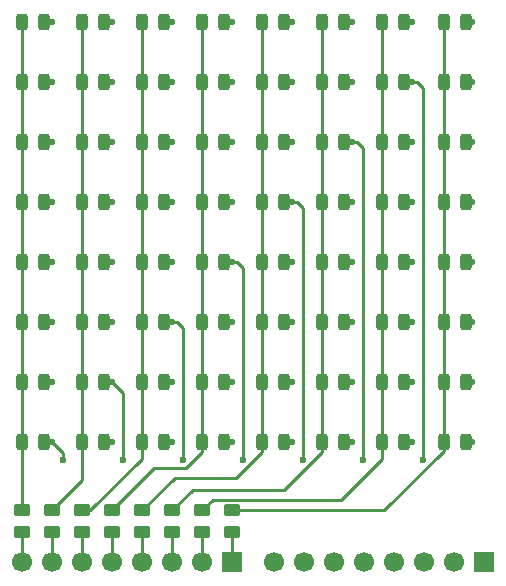
<source format=gbr>
%TF.GenerationSoftware,KiCad,Pcbnew,9.0.3*%
%TF.CreationDate,2025-08-28T20:36:14+02:00*%
%TF.ProjectId,ledki8x8,6c65646b-6938-4783-982e-6b696361645f,rev?*%
%TF.SameCoordinates,Original*%
%TF.FileFunction,Copper,L1,Top*%
%TF.FilePolarity,Positive*%
%FSLAX46Y46*%
G04 Gerber Fmt 4.6, Leading zero omitted, Abs format (unit mm)*
G04 Created by KiCad (PCBNEW 9.0.3) date 2025-08-28 20:36:14*
%MOMM*%
%LPD*%
G01*
G04 APERTURE LIST*
G04 Aperture macros list*
%AMRoundRect*
0 Rectangle with rounded corners*
0 $1 Rounding radius*
0 $2 $3 $4 $5 $6 $7 $8 $9 X,Y pos of 4 corners*
0 Add a 4 corners polygon primitive as box body*
4,1,4,$2,$3,$4,$5,$6,$7,$8,$9,$2,$3,0*
0 Add four circle primitives for the rounded corners*
1,1,$1+$1,$2,$3*
1,1,$1+$1,$4,$5*
1,1,$1+$1,$6,$7*
1,1,$1+$1,$8,$9*
0 Add four rect primitives between the rounded corners*
20,1,$1+$1,$2,$3,$4,$5,0*
20,1,$1+$1,$4,$5,$6,$7,0*
20,1,$1+$1,$6,$7,$8,$9,0*
20,1,$1+$1,$8,$9,$2,$3,0*%
G04 Aperture macros list end*
%TA.AperFunction,ComponentPad*%
%ADD10C,1.700000*%
%TD*%
%TA.AperFunction,ComponentPad*%
%ADD11R,1.700000X1.700000*%
%TD*%
%TA.AperFunction,SMDPad,CuDef*%
%ADD12RoundRect,0.250000X-0.450000X0.262500X-0.450000X-0.262500X0.450000X-0.262500X0.450000X0.262500X0*%
%TD*%
%TA.AperFunction,SMDPad,CuDef*%
%ADD13RoundRect,0.243750X0.243750X0.456250X-0.243750X0.456250X-0.243750X-0.456250X0.243750X-0.456250X0*%
%TD*%
%TA.AperFunction,ViaPad*%
%ADD14C,0.600000*%
%TD*%
%TA.AperFunction,Conductor*%
%ADD15C,0.250000*%
%TD*%
G04 APERTURE END LIST*
D10*
%TO.P,J2,8,Pin_8*%
%TO.N,Net-(D36-K)*%
X169028000Y-124760000D03*
%TO.P,J2,7,Pin_7*%
%TO.N,Net-(D35-K)*%
X171568000Y-124760000D03*
%TO.P,J2,6,Pin_6*%
%TO.N,Net-(D34-K)*%
X174108000Y-124760000D03*
%TO.P,J2,5,Pin_5*%
%TO.N,Net-(D33-K)*%
X176648000Y-124760000D03*
%TO.P,J2,4,Pin_4*%
%TO.N,Net-(D18-K)*%
X179188000Y-124760000D03*
%TO.P,J2,3,Pin_3*%
%TO.N,Net-(D17-K)*%
X181728000Y-124760000D03*
%TO.P,J2,2,Pin_2*%
%TO.N,Net-(D10-K)*%
X184268000Y-124760000D03*
D11*
%TO.P,J2,1,Pin_1*%
%TO.N,Net-(D1-K)*%
X186808000Y-124760000D03*
%TD*%
D10*
%TO.P,J1,8,Pin_8*%
%TO.N,Net-(J1-Pin_8)*%
X147692000Y-124760000D03*
%TO.P,J1,7,Pin_7*%
%TO.N,Net-(J1-Pin_7)*%
X150232000Y-124760000D03*
%TO.P,J1,6,Pin_6*%
%TO.N,Net-(J1-Pin_6)*%
X152772000Y-124760000D03*
%TO.P,J1,5,Pin_5*%
%TO.N,Net-(J1-Pin_5)*%
X155312000Y-124760000D03*
%TO.P,J1,4,Pin_4*%
%TO.N,Net-(J1-Pin_4)*%
X157852000Y-124760000D03*
%TO.P,J1,3,Pin_3*%
%TO.N,Net-(J1-Pin_3)*%
X160392000Y-124760000D03*
%TO.P,J1,2,Pin_2*%
%TO.N,Net-(J1-Pin_2)*%
X162932000Y-124760000D03*
D11*
%TO.P,J1,1,Pin_1*%
%TO.N,Net-(J1-Pin_1)*%
X165472000Y-124760000D03*
%TD*%
D12*
%TO.P,R5,1*%
%TO.N,Net-(D13-A)*%
X155312000Y-120395000D03*
%TO.P,R5,2*%
%TO.N,Net-(J1-Pin_5)*%
X155312000Y-122220000D03*
%TD*%
%TO.P,R1,2*%
%TO.N,Net-(J1-Pin_1)*%
X165472000Y-122220000D03*
%TO.P,R1,1*%
%TO.N,Net-(D1-A)*%
X165472000Y-120395000D03*
%TD*%
%TO.P,R4,2*%
%TO.N,Net-(J1-Pin_4)*%
X157852000Y-122220000D03*
%TO.P,R4,1*%
%TO.N,Net-(D12-A)*%
X157852000Y-120395000D03*
%TD*%
%TO.P,R2,2*%
%TO.N,Net-(J1-Pin_2)*%
X162932000Y-122220000D03*
%TO.P,R2,1*%
%TO.N,Net-(D10-A)*%
X162932000Y-120395000D03*
%TD*%
%TO.P,R3,2*%
%TO.N,Net-(J1-Pin_3)*%
X160392000Y-122220000D03*
%TO.P,R3,1*%
%TO.N,Net-(D11-A)*%
X160392000Y-120395000D03*
%TD*%
%TO.P,R8,2*%
%TO.N,Net-(J1-Pin_8)*%
X147692000Y-122220000D03*
%TO.P,R8,1*%
%TO.N,Net-(D16-A)*%
X147692000Y-120395000D03*
%TD*%
%TO.P,R7,2*%
%TO.N,Net-(J1-Pin_7)*%
X150232000Y-122220000D03*
%TO.P,R7,1*%
%TO.N,Net-(D15-A)*%
X150232000Y-120395000D03*
%TD*%
%TO.P,R6,2*%
%TO.N,Net-(J1-Pin_6)*%
X152772000Y-122220000D03*
%TO.P,R6,1*%
%TO.N,Net-(D14-A)*%
X152772000Y-120395000D03*
%TD*%
D13*
%TO.P,D8,2,A*%
%TO.N,Net-(D16-A)*%
X147692000Y-79040000D03*
%TO.P,D8,1,K*%
%TO.N,Net-(D1-K)*%
X149567000Y-79040000D03*
%TD*%
%TO.P,D7,2,A*%
%TO.N,Net-(D15-A)*%
X152772000Y-79040000D03*
%TO.P,D7,1,K*%
%TO.N,Net-(D1-K)*%
X154647000Y-79040000D03*
%TD*%
%TO.P,D15,2,A*%
%TO.N,Net-(D15-A)*%
X152772000Y-84120000D03*
%TO.P,D15,1,K*%
%TO.N,Net-(D10-K)*%
X154647000Y-84120000D03*
%TD*%
%TO.P,D30,2,A*%
%TO.N,Net-(D15-A)*%
X152772000Y-94280000D03*
%TO.P,D30,1,K*%
%TO.N,Net-(D18-K)*%
X154647000Y-94280000D03*
%TD*%
%TO.P,D57,2,A*%
%TO.N,Net-(D15-A)*%
X152772000Y-99360000D03*
%TO.P,D57,1,K*%
%TO.N,Net-(D33-K)*%
X154647000Y-99360000D03*
%TD*%
%TO.P,D58,2,A*%
%TO.N,Net-(D15-A)*%
X152772000Y-104440000D03*
%TO.P,D58,1,K*%
%TO.N,Net-(D34-K)*%
X154647000Y-104440000D03*
%TD*%
%TO.P,D59,2,A*%
%TO.N,Net-(D15-A)*%
X152772000Y-109520000D03*
%TO.P,D59,1,K*%
%TO.N,Net-(D35-K)*%
X154647000Y-109520000D03*
%TD*%
%TO.P,D60,2,A*%
%TO.N,Net-(D15-A)*%
X152772000Y-114600000D03*
%TO.P,D60,1,K*%
%TO.N,Net-(D36-K)*%
X154647000Y-114600000D03*
%TD*%
%TO.P,D29,2,A*%
%TO.N,Net-(D15-A)*%
X152772000Y-89200000D03*
%TO.P,D29,1,K*%
%TO.N,Net-(D17-K)*%
X154647000Y-89200000D03*
%TD*%
%TO.P,D16,2,A*%
%TO.N,Net-(D16-A)*%
X147692000Y-84120000D03*
%TO.P,D16,1,K*%
%TO.N,Net-(D10-K)*%
X149567000Y-84120000D03*
%TD*%
%TO.P,D2,1,K*%
%TO.N,Net-(D1-K)*%
X180047000Y-79040000D03*
%TO.P,D2,2,A*%
%TO.N,Net-(D10-A)*%
X178172000Y-79040000D03*
%TD*%
%TO.P,D10,1,K*%
%TO.N,Net-(D10-K)*%
X180047000Y-84120000D03*
%TO.P,D10,2,A*%
%TO.N,Net-(D10-A)*%
X178172000Y-84120000D03*
%TD*%
%TO.P,D19,1,K*%
%TO.N,Net-(D17-K)*%
X180047000Y-89200000D03*
%TO.P,D19,2,A*%
%TO.N,Net-(D10-A)*%
X178172000Y-89200000D03*
%TD*%
%TO.P,D20,1,K*%
%TO.N,Net-(D18-K)*%
X180047000Y-94280000D03*
%TO.P,D20,2,A*%
%TO.N,Net-(D10-A)*%
X178172000Y-94280000D03*
%TD*%
%TO.P,D40,1,K*%
%TO.N,Net-(D36-K)*%
X180047000Y-114600000D03*
%TO.P,D40,2,A*%
%TO.N,Net-(D10-A)*%
X178172000Y-114600000D03*
%TD*%
%TO.P,D37,1,K*%
%TO.N,Net-(D33-K)*%
X180047000Y-99360000D03*
%TO.P,D37,2,A*%
%TO.N,Net-(D10-A)*%
X178172000Y-99360000D03*
%TD*%
%TO.P,D38,1,K*%
%TO.N,Net-(D34-K)*%
X180047000Y-104440000D03*
%TO.P,D38,2,A*%
%TO.N,Net-(D10-A)*%
X178172000Y-104440000D03*
%TD*%
%TO.P,D39,1,K*%
%TO.N,Net-(D35-K)*%
X180047000Y-109520000D03*
%TO.P,D39,2,A*%
%TO.N,Net-(D10-A)*%
X178172000Y-109520000D03*
%TD*%
%TO.P,D36,1,K*%
%TO.N,Net-(D36-K)*%
X185263494Y-114607608D03*
%TO.P,D36,2,A*%
%TO.N,Net-(D1-A)*%
X183388494Y-114607608D03*
%TD*%
%TO.P,D18,1,K*%
%TO.N,Net-(D18-K)*%
X185263494Y-94287608D03*
%TO.P,D18,2,A*%
%TO.N,Net-(D1-A)*%
X183388494Y-94287608D03*
%TD*%
%TO.P,D35,1,K*%
%TO.N,Net-(D35-K)*%
X185263494Y-109527608D03*
%TO.P,D35,2,A*%
%TO.N,Net-(D1-A)*%
X183388494Y-109527608D03*
%TD*%
%TO.P,D33,2,A*%
%TO.N,Net-(D1-A)*%
X183388494Y-99367608D03*
%TO.P,D33,1,K*%
%TO.N,Net-(D33-K)*%
X185263494Y-99367608D03*
%TD*%
%TO.P,D9,1,K*%
%TO.N,Net-(D10-K)*%
X185263494Y-84127608D03*
%TO.P,D9,2,A*%
%TO.N,Net-(D1-A)*%
X183388494Y-84127608D03*
%TD*%
%TO.P,D17,1,K*%
%TO.N,Net-(D17-K)*%
X185263494Y-89207608D03*
%TO.P,D17,2,A*%
%TO.N,Net-(D1-A)*%
X183388494Y-89207608D03*
%TD*%
%TO.P,D34,1,K*%
%TO.N,Net-(D34-K)*%
X185263494Y-104447608D03*
%TO.P,D34,2,A*%
%TO.N,Net-(D1-A)*%
X183388494Y-104447608D03*
%TD*%
%TO.P,D1,1,K*%
%TO.N,Net-(D1-K)*%
X185263494Y-79047608D03*
%TO.P,D1,2,A*%
%TO.N,Net-(D1-A)*%
X183388494Y-79047608D03*
%TD*%
%TO.P,D53,2,A*%
%TO.N,Net-(D14-A)*%
X157852000Y-99360000D03*
%TO.P,D53,1,K*%
%TO.N,Net-(D33-K)*%
X159727000Y-99360000D03*
%TD*%
%TO.P,D64,1,K*%
%TO.N,Net-(D36-K)*%
X149567000Y-114600000D03*
%TO.P,D64,2,A*%
%TO.N,Net-(D16-A)*%
X147692000Y-114600000D03*
%TD*%
%TO.P,D63,1,K*%
%TO.N,Net-(D35-K)*%
X149567000Y-109520000D03*
%TO.P,D63,2,A*%
%TO.N,Net-(D16-A)*%
X147692000Y-109520000D03*
%TD*%
%TO.P,D62,1,K*%
%TO.N,Net-(D34-K)*%
X149567000Y-104440000D03*
%TO.P,D62,2,A*%
%TO.N,Net-(D16-A)*%
X147692000Y-104440000D03*
%TD*%
%TO.P,D61,1,K*%
%TO.N,Net-(D33-K)*%
X149567000Y-99360000D03*
%TO.P,D61,2,A*%
%TO.N,Net-(D16-A)*%
X147692000Y-99360000D03*
%TD*%
%TO.P,D56,1,K*%
%TO.N,Net-(D36-K)*%
X159727000Y-114600000D03*
%TO.P,D56,2,A*%
%TO.N,Net-(D14-A)*%
X157852000Y-114600000D03*
%TD*%
%TO.P,D55,1,K*%
%TO.N,Net-(D35-K)*%
X159727000Y-109520000D03*
%TO.P,D55,2,A*%
%TO.N,Net-(D14-A)*%
X157852000Y-109520000D03*
%TD*%
%TO.P,D54,1,K*%
%TO.N,Net-(D34-K)*%
X159727000Y-104440000D03*
%TO.P,D54,2,A*%
%TO.N,Net-(D14-A)*%
X157852000Y-104440000D03*
%TD*%
%TO.P,D52,1,K*%
%TO.N,Net-(D36-K)*%
X164807000Y-114600000D03*
%TO.P,D52,2,A*%
%TO.N,Net-(D13-A)*%
X162932000Y-114600000D03*
%TD*%
%TO.P,D51,1,K*%
%TO.N,Net-(D35-K)*%
X164807000Y-109520000D03*
%TO.P,D51,2,A*%
%TO.N,Net-(D13-A)*%
X162932000Y-109520000D03*
%TD*%
%TO.P,D50,1,K*%
%TO.N,Net-(D34-K)*%
X164807000Y-104440000D03*
%TO.P,D50,2,A*%
%TO.N,Net-(D13-A)*%
X162932000Y-104440000D03*
%TD*%
%TO.P,D49,1,K*%
%TO.N,Net-(D33-K)*%
X164807000Y-99360000D03*
%TO.P,D49,2,A*%
%TO.N,Net-(D13-A)*%
X162932000Y-99360000D03*
%TD*%
%TO.P,D48,1,K*%
%TO.N,Net-(D36-K)*%
X169887000Y-114600000D03*
%TO.P,D48,2,A*%
%TO.N,Net-(D12-A)*%
X168012000Y-114600000D03*
%TD*%
%TO.P,D47,1,K*%
%TO.N,Net-(D35-K)*%
X169887000Y-109520000D03*
%TO.P,D47,2,A*%
%TO.N,Net-(D12-A)*%
X168012000Y-109520000D03*
%TD*%
%TO.P,D46,1,K*%
%TO.N,Net-(D34-K)*%
X169887000Y-104440000D03*
%TO.P,D46,2,A*%
%TO.N,Net-(D12-A)*%
X168012000Y-104440000D03*
%TD*%
%TO.P,D45,1,K*%
%TO.N,Net-(D33-K)*%
X169887000Y-99360000D03*
%TO.P,D45,2,A*%
%TO.N,Net-(D12-A)*%
X168012000Y-99360000D03*
%TD*%
%TO.P,D44,1,K*%
%TO.N,Net-(D36-K)*%
X174967000Y-114600000D03*
%TO.P,D44,2,A*%
%TO.N,Net-(D11-A)*%
X173092000Y-114600000D03*
%TD*%
%TO.P,D43,1,K*%
%TO.N,Net-(D35-K)*%
X174967000Y-109520000D03*
%TO.P,D43,2,A*%
%TO.N,Net-(D11-A)*%
X173092000Y-109520000D03*
%TD*%
%TO.P,D42,1,K*%
%TO.N,Net-(D34-K)*%
X174967000Y-104440000D03*
%TO.P,D42,2,A*%
%TO.N,Net-(D11-A)*%
X173092000Y-104440000D03*
%TD*%
%TO.P,D41,1,K*%
%TO.N,Net-(D33-K)*%
X174967000Y-99360000D03*
%TO.P,D41,2,A*%
%TO.N,Net-(D11-A)*%
X173092000Y-99360000D03*
%TD*%
%TO.P,D32,1,K*%
%TO.N,Net-(D18-K)*%
X149567000Y-94280000D03*
%TO.P,D32,2,A*%
%TO.N,Net-(D16-A)*%
X147692000Y-94280000D03*
%TD*%
%TO.P,D31,1,K*%
%TO.N,Net-(D17-K)*%
X149567000Y-89200000D03*
%TO.P,D31,2,A*%
%TO.N,Net-(D16-A)*%
X147692000Y-89200000D03*
%TD*%
%TO.P,D28,1,K*%
%TO.N,Net-(D18-K)*%
X159727000Y-94280000D03*
%TO.P,D28,2,A*%
%TO.N,Net-(D14-A)*%
X157852000Y-94280000D03*
%TD*%
%TO.P,D27,1,K*%
%TO.N,Net-(D17-K)*%
X159727000Y-89200000D03*
%TO.P,D27,2,A*%
%TO.N,Net-(D14-A)*%
X157852000Y-89200000D03*
%TD*%
%TO.P,D26,1,K*%
%TO.N,Net-(D18-K)*%
X164807000Y-94280000D03*
%TO.P,D26,2,A*%
%TO.N,Net-(D13-A)*%
X162932000Y-94280000D03*
%TD*%
%TO.P,D25,1,K*%
%TO.N,Net-(D17-K)*%
X164807000Y-89200000D03*
%TO.P,D25,2,A*%
%TO.N,Net-(D13-A)*%
X162932000Y-89200000D03*
%TD*%
%TO.P,D24,1,K*%
%TO.N,Net-(D18-K)*%
X169887000Y-94280000D03*
%TO.P,D24,2,A*%
%TO.N,Net-(D12-A)*%
X168012000Y-94280000D03*
%TD*%
%TO.P,D23,1,K*%
%TO.N,Net-(D17-K)*%
X169887000Y-89200000D03*
%TO.P,D23,2,A*%
%TO.N,Net-(D12-A)*%
X168012000Y-89200000D03*
%TD*%
%TO.P,D22,1,K*%
%TO.N,Net-(D18-K)*%
X174967000Y-94280000D03*
%TO.P,D22,2,A*%
%TO.N,Net-(D11-A)*%
X173092000Y-94280000D03*
%TD*%
%TO.P,D21,1,K*%
%TO.N,Net-(D17-K)*%
X174967000Y-89200000D03*
%TO.P,D21,2,A*%
%TO.N,Net-(D11-A)*%
X173092000Y-89200000D03*
%TD*%
%TO.P,D14,1,K*%
%TO.N,Net-(D10-K)*%
X159727000Y-84120000D03*
%TO.P,D14,2,A*%
%TO.N,Net-(D14-A)*%
X157852000Y-84120000D03*
%TD*%
%TO.P,D13,1,K*%
%TO.N,Net-(D10-K)*%
X164807000Y-84120000D03*
%TO.P,D13,2,A*%
%TO.N,Net-(D13-A)*%
X162932000Y-84120000D03*
%TD*%
%TO.P,D12,1,K*%
%TO.N,Net-(D10-K)*%
X169887000Y-84120000D03*
%TO.P,D12,2,A*%
%TO.N,Net-(D12-A)*%
X168012000Y-84120000D03*
%TD*%
%TO.P,D11,1,K*%
%TO.N,Net-(D10-K)*%
X174967000Y-84120000D03*
%TO.P,D11,2,A*%
%TO.N,Net-(D11-A)*%
X173092000Y-84120000D03*
%TD*%
%TO.P,D6,1,K*%
%TO.N,Net-(D1-K)*%
X159727000Y-79040000D03*
%TO.P,D6,2,A*%
%TO.N,Net-(D14-A)*%
X157852000Y-79040000D03*
%TD*%
%TO.P,D5,1,K*%
%TO.N,Net-(D1-K)*%
X164807000Y-79040000D03*
%TO.P,D5,2,A*%
%TO.N,Net-(D13-A)*%
X162932000Y-79040000D03*
%TD*%
%TO.P,D4,1,K*%
%TO.N,Net-(D1-K)*%
X169887000Y-79040000D03*
%TO.P,D4,2,A*%
%TO.N,Net-(D12-A)*%
X168012000Y-79040000D03*
%TD*%
%TO.P,D3,1,K*%
%TO.N,Net-(D1-K)*%
X174967000Y-79040000D03*
%TO.P,D3,2,A*%
%TO.N,Net-(D11-A)*%
X173092000Y-79040000D03*
%TD*%
D14*
%TO.N,Net-(D10-K)*%
X181649500Y-116124000D03*
%TO.N,Net-(D17-K)*%
X176569500Y-116124000D03*
%TO.N,Net-(D18-K)*%
X171489500Y-116124000D03*
%TO.N,Net-(D33-K)*%
X166409500Y-116124000D03*
%TO.N,Net-(D34-K)*%
X161329500Y-116124000D03*
%TO.N,Net-(D35-K)*%
X156249500Y-116124000D03*
%TO.N,Net-(D36-K)*%
X151169500Y-116124000D03*
X185792000Y-114600000D03*
X180712000Y-114600000D03*
X175632000Y-114600000D03*
X170552000Y-114600000D03*
X165472000Y-114600000D03*
X160392000Y-114600000D03*
X155312000Y-114600000D03*
%TO.N,Net-(D35-K)*%
X185792000Y-109520000D03*
X180712000Y-109520000D03*
X175632000Y-109520000D03*
X170552000Y-109520000D03*
X165472000Y-109520000D03*
X160392000Y-109520000D03*
X155312000Y-109520000D03*
%TO.N,Net-(D34-K)*%
X185792000Y-104440000D03*
X180712000Y-104440000D03*
X175632000Y-104440000D03*
X170552000Y-104440000D03*
X165472000Y-104440000D03*
X160392000Y-104440000D03*
X155312000Y-104440000D03*
%TO.N,Net-(D33-K)*%
X185792000Y-99360000D03*
X180712000Y-99360000D03*
X175632000Y-99360000D03*
X170552000Y-99360000D03*
X165472000Y-99360000D03*
X160392000Y-99360000D03*
X155312000Y-99360000D03*
%TO.N,Net-(D18-K)*%
X185792000Y-94280000D03*
X180712000Y-94280000D03*
X175632000Y-94280000D03*
X170552000Y-94280000D03*
X165472000Y-94280000D03*
X160392000Y-94280000D03*
X155312000Y-94280000D03*
%TO.N,Net-(D17-K)*%
X185792000Y-89200000D03*
X180712000Y-89200000D03*
X175632000Y-89200000D03*
X170552000Y-89200000D03*
X165472000Y-89200000D03*
X160392000Y-89200000D03*
X155312000Y-89200000D03*
%TO.N,Net-(D36-K)*%
X150232000Y-114600000D03*
%TO.N,Net-(D35-K)*%
X150232000Y-109520000D03*
%TO.N,Net-(D34-K)*%
X150232000Y-104440000D03*
%TO.N,Net-(D33-K)*%
X150232000Y-99360000D03*
%TO.N,Net-(D18-K)*%
X150232000Y-94280000D03*
%TO.N,Net-(D17-K)*%
X150232000Y-89200000D03*
%TO.N,Net-(D10-K)*%
X185792000Y-84120000D03*
X180712000Y-84120000D03*
X175632000Y-84120000D03*
X170552000Y-84120000D03*
X165472000Y-84120000D03*
X160392000Y-84120000D03*
X155312000Y-84120000D03*
X150232000Y-84120000D03*
%TO.N,Net-(D1-K)*%
X185792000Y-79040000D03*
X180712000Y-79040000D03*
X175632000Y-79040000D03*
X170552000Y-79040000D03*
X165472000Y-79040000D03*
X160392000Y-79040000D03*
X155312000Y-79040000D03*
X150232000Y-79040000D03*
%TD*%
D15*
%TO.N,Net-(D15-A)*%
X152772000Y-117855000D02*
X152772000Y-114600000D01*
X150232000Y-120395000D02*
X152772000Y-117855000D01*
%TO.N,Net-(D14-A)*%
X157852000Y-116015000D02*
X157852000Y-114600000D01*
X153472000Y-120395000D02*
X157852000Y-116015000D01*
X152772000Y-120395000D02*
X153472000Y-120395000D01*
%TO.N,Net-(D13-A)*%
X158863500Y-116843500D02*
X161566009Y-116843500D01*
X155312000Y-120395000D02*
X158863500Y-116843500D01*
X161566009Y-116843500D02*
X162932000Y-115477509D01*
X162932000Y-115477509D02*
X162932000Y-114600000D01*
%TO.N,Net-(D12-A)*%
X168012000Y-115477509D02*
X168012000Y-114600000D01*
X160599000Y-117648000D02*
X165841509Y-117648000D01*
X165841509Y-117648000D02*
X168012000Y-115477509D01*
X157852000Y-120395000D02*
X160599000Y-117648000D01*
%TO.N,Net-(D11-A)*%
X173092000Y-115477509D02*
X173092000Y-114600000D01*
X169905509Y-118664000D02*
X173092000Y-115477509D01*
X160392000Y-120395000D02*
X162123000Y-118664000D01*
X162123000Y-118664000D02*
X169905509Y-118664000D01*
%TO.N,Net-(D10-A)*%
X178172000Y-116045500D02*
X178172000Y-114600000D01*
X163820500Y-119506500D02*
X174711000Y-119506500D01*
X162932000Y-120395000D02*
X163820500Y-119506500D01*
X174711000Y-119506500D02*
X178172000Y-116045500D01*
%TO.N,Net-(D1-A)*%
X183388494Y-115341015D02*
X183388494Y-114607608D01*
X178334509Y-120395000D02*
X183388494Y-115341015D01*
X165472000Y-120395000D02*
X178334509Y-120395000D01*
%TO.N,Net-(D16-A)*%
X147692000Y-120395000D02*
X147692000Y-114600000D01*
%TO.N,Net-(D36-K)*%
X151169500Y-115537500D02*
X151169500Y-116124000D01*
X150232000Y-114600000D02*
X151169500Y-115537500D01*
%TO.N,Net-(D35-K)*%
X156249500Y-110457500D02*
X156249500Y-116124000D01*
X155312000Y-109520000D02*
X156249500Y-110457500D01*
%TO.N,Net-(D34-K)*%
X161329500Y-104948000D02*
X161329500Y-116124000D01*
X160821500Y-104440000D02*
X161329500Y-104948000D01*
X160392000Y-104440000D02*
X160821500Y-104440000D01*
%TO.N,Net-(D33-K)*%
X166409500Y-99868000D02*
X166409500Y-116124000D01*
X165472000Y-99360000D02*
X165901500Y-99360000D01*
X165901500Y-99360000D02*
X166409500Y-99868000D01*
%TO.N,Net-(D10-K)*%
X181649500Y-115616000D02*
X181649500Y-116124000D01*
%TO.N,Net-(D17-K)*%
X176569500Y-115108000D02*
X176569500Y-116124000D01*
%TO.N,Net-(D18-K)*%
X170981500Y-94280000D02*
X171489500Y-94788000D01*
X171489500Y-94788000D02*
X171489500Y-116124000D01*
X170552000Y-94280000D02*
X170981500Y-94280000D01*
%TO.N,Net-(D17-K)*%
X176061500Y-89200000D02*
X176569500Y-89708000D01*
X176569500Y-89708000D02*
X176569500Y-115108000D01*
X175632000Y-89200000D02*
X176061500Y-89200000D01*
%TO.N,Net-(D10-K)*%
X181649500Y-84628000D02*
X181649500Y-115616000D01*
X181141500Y-84120000D02*
X181649500Y-84628000D01*
X180712000Y-84120000D02*
X181141500Y-84120000D01*
%TO.N,Net-(D1-K)*%
X180712000Y-79040000D02*
X180712000Y-79118500D01*
%TO.N,Net-(J1-Pin_1)*%
X165472000Y-124760000D02*
X165472000Y-122220000D01*
%TO.N,Net-(J1-Pin_5)*%
X155312000Y-124760000D02*
X155312000Y-122220000D01*
%TO.N,Net-(J1-Pin_6)*%
X152772000Y-124760000D02*
X152772000Y-122220000D01*
%TO.N,Net-(J1-Pin_4)*%
X157852000Y-124760000D02*
X157852000Y-122220000D01*
%TO.N,Net-(J1-Pin_2)*%
X162932000Y-124760000D02*
X162932000Y-122220000D01*
%TO.N,Net-(J1-Pin_8)*%
X147692000Y-122220000D02*
X147692000Y-124760000D01*
%TO.N,Net-(J1-Pin_7)*%
X150232000Y-124760000D02*
X150232000Y-122220000D01*
%TO.N,Net-(J1-Pin_3)*%
X160392000Y-124760000D02*
X160392000Y-122220000D01*
%TO.N,Net-(D13-A)*%
X155312000Y-120188000D02*
X155312000Y-120395000D01*
%TO.N,Net-(D36-K)*%
X185784392Y-114607608D02*
X185792000Y-114600000D01*
X185263494Y-114607608D02*
X185784392Y-114607608D01*
X180047000Y-114600000D02*
X180712000Y-114600000D01*
X174967000Y-114600000D02*
X175632000Y-114600000D01*
X169887000Y-114600000D02*
X170552000Y-114600000D01*
X164807000Y-114600000D02*
X165472000Y-114600000D01*
X159727000Y-114600000D02*
X160392000Y-114600000D01*
X154647000Y-114600000D02*
X155312000Y-114600000D01*
%TO.N,Net-(D35-K)*%
X185784392Y-109527608D02*
X185792000Y-109520000D01*
X185263494Y-109527608D02*
X185784392Y-109527608D01*
X180047000Y-109520000D02*
X180712000Y-109520000D01*
X174967000Y-109520000D02*
X175632000Y-109520000D01*
X169887000Y-109520000D02*
X170552000Y-109520000D01*
X164807000Y-109520000D02*
X165472000Y-109520000D01*
X159727000Y-109520000D02*
X160392000Y-109520000D01*
X154647000Y-109520000D02*
X155312000Y-109520000D01*
%TO.N,Net-(D34-K)*%
X185263494Y-104447608D02*
X185784392Y-104447608D01*
X185784392Y-104447608D02*
X185792000Y-104440000D01*
X180047000Y-104440000D02*
X180712000Y-104440000D01*
X174967000Y-104440000D02*
X175632000Y-104440000D01*
X169887000Y-104440000D02*
X170552000Y-104440000D01*
X164807000Y-104440000D02*
X165472000Y-104440000D01*
X159727000Y-104440000D02*
X160392000Y-104440000D01*
X154647000Y-104440000D02*
X155312000Y-104440000D01*
%TO.N,Net-(D33-K)*%
X185784392Y-99367608D02*
X185792000Y-99360000D01*
X185263494Y-99367608D02*
X185784392Y-99367608D01*
X180047000Y-99360000D02*
X180712000Y-99360000D01*
X174967000Y-99360000D02*
X175632000Y-99360000D01*
X169887000Y-99360000D02*
X170552000Y-99360000D01*
X164807000Y-99360000D02*
X165472000Y-99360000D01*
X159727000Y-99360000D02*
X160392000Y-99360000D01*
X154647000Y-99360000D02*
X155312000Y-99360000D01*
%TO.N,Net-(D18-K)*%
X185784392Y-94287608D02*
X185792000Y-94280000D01*
X185263494Y-94287608D02*
X185784392Y-94287608D01*
X180047000Y-94280000D02*
X180712000Y-94280000D01*
X174967000Y-94280000D02*
X175632000Y-94280000D01*
X169887000Y-94280000D02*
X170552000Y-94280000D01*
X164807000Y-94280000D02*
X165472000Y-94280000D01*
X159727000Y-94280000D02*
X160392000Y-94280000D01*
X154647000Y-94280000D02*
X155312000Y-94280000D01*
%TO.N,Net-(D17-K)*%
X185784392Y-89207608D02*
X185792000Y-89200000D01*
X185263494Y-89207608D02*
X185784392Y-89207608D01*
X180047000Y-89200000D02*
X180712000Y-89200000D01*
X174967000Y-89200000D02*
X175632000Y-89200000D01*
X169887000Y-89200000D02*
X170552000Y-89200000D01*
X164807000Y-89200000D02*
X165472000Y-89200000D01*
X159727000Y-89200000D02*
X160392000Y-89200000D01*
X154647000Y-89200000D02*
X155312000Y-89200000D01*
%TO.N,Net-(D36-K)*%
X149567000Y-114600000D02*
X150232000Y-114600000D01*
%TO.N,Net-(D35-K)*%
X149567000Y-109520000D02*
X150232000Y-109520000D01*
%TO.N,Net-(D34-K)*%
X149567000Y-104440000D02*
X150232000Y-104440000D01*
%TO.N,Net-(D33-K)*%
X149567000Y-99360000D02*
X150232000Y-99360000D01*
%TO.N,Net-(D18-K)*%
X149567000Y-94280000D02*
X150232000Y-94280000D01*
%TO.N,Net-(D17-K)*%
X149567000Y-89200000D02*
X150232000Y-89200000D01*
%TO.N,Net-(D10-K)*%
X185263494Y-84127608D02*
X185784392Y-84127608D01*
X185784392Y-84127608D02*
X185792000Y-84120000D01*
X180047000Y-84120000D02*
X180712000Y-84120000D01*
X174967000Y-84120000D02*
X175632000Y-84120000D01*
X169887000Y-84120000D02*
X170552000Y-84120000D01*
X164807000Y-84120000D02*
X165472000Y-84120000D01*
X159727000Y-84120000D02*
X160392000Y-84120000D01*
X154647000Y-84120000D02*
X155312000Y-84120000D01*
X149567000Y-84120000D02*
X150232000Y-84120000D01*
%TO.N,Net-(D1-K)*%
X149567000Y-79040000D02*
X150232000Y-79040000D01*
X185784392Y-79047608D02*
X185792000Y-79040000D01*
X185263494Y-79047608D02*
X185784392Y-79047608D01*
X180047000Y-79040000D02*
X180712000Y-79040000D01*
X174967000Y-79040000D02*
X175632000Y-79040000D01*
X169887000Y-79040000D02*
X170552000Y-79040000D01*
X164807000Y-79040000D02*
X165472000Y-79040000D01*
X159727000Y-79040000D02*
X160392000Y-79040000D01*
X154647000Y-79040000D02*
X155312000Y-79040000D01*
%TO.N,Net-(D1-A)*%
X183388494Y-114607608D02*
X183388494Y-79047608D01*
%TO.N,Net-(D10-A)*%
X178172000Y-114600000D02*
X178172000Y-79040000D01*
%TO.N,Net-(D11-A)*%
X173092000Y-114600000D02*
X173092000Y-79040000D01*
%TO.N,Net-(D12-A)*%
X168012000Y-114600000D02*
X168012000Y-79040000D01*
%TO.N,Net-(D13-A)*%
X162932000Y-114600000D02*
X162932000Y-79040000D01*
%TO.N,Net-(D14-A)*%
X157852000Y-114600000D02*
X157852000Y-79040000D01*
%TO.N,Net-(D15-A)*%
X152772000Y-114600000D02*
X152772000Y-79040000D01*
%TO.N,Net-(D16-A)*%
X147692000Y-114600000D02*
X147692000Y-79040000D01*
%TD*%
M02*

</source>
